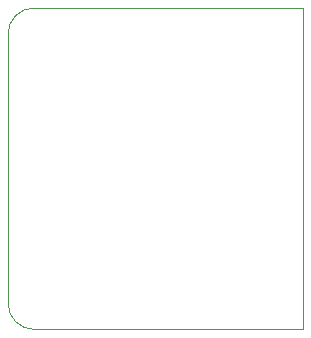
<source format=gbr>
%FSLAX34Y34*%
G04 Gerber Fmt 3.4, Leading zero omitted, Abs format*
G04 (created by PCBNEW (2014-03-19 BZR 4756)-product) date Sun 06 Jul 2014 23:01:42 BST*
%MOIN*%
G01*
G70*
G90*
G04 APERTURE LIST*
%ADD10C,0.005906*%
%ADD11C,0.003937*%
G04 APERTURE END LIST*
G54D10*
G54D11*
X46850Y-50157D02*
X46929Y-50157D01*
X55826Y-50157D02*
X46850Y-50157D01*
X55826Y-39448D02*
X55826Y-50157D01*
X46850Y-39448D02*
X55826Y-39448D01*
X45984Y-49291D02*
X45984Y-40314D01*
X45984Y-49291D02*
G75*
G03X46850Y-50157I866J0D01*
G74*
G01*
X46850Y-39448D02*
G75*
G03X45984Y-40314I0J-866D01*
G74*
G01*
M02*

</source>
